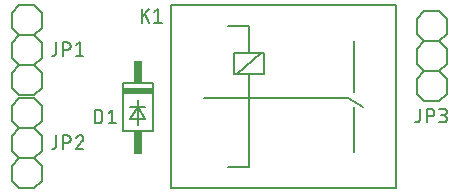
<source format=gbr>
G04 EAGLE Gerber RS-274X export*
G75*
%MOMM*%
%FSLAX34Y34*%
%LPD*%
%INSilkscreen Top*%
%IPPOS*%
%AMOC8*
5,1,8,0,0,1.08239X$1,22.5*%
G01*
%ADD10C,0.152400*%
%ADD11R,2.540000X0.508000*%
%ADD12R,0.762000X1.905000*%
%ADD13C,0.127000*%


D10*
X109220Y60960D02*
X109220Y101600D01*
X109220Y60960D02*
X134620Y60960D01*
X134620Y101600D01*
X109220Y101600D01*
X121920Y87630D02*
X121920Y81280D01*
X128270Y71120D02*
X115570Y71120D01*
X121920Y81280D01*
X121920Y66040D01*
X128270Y71120D02*
X121920Y81280D01*
X128270Y81280D01*
X121920Y81280D02*
X115570Y81280D01*
D11*
X121920Y95250D03*
D12*
X121920Y51435D03*
X121920Y111125D03*
D13*
X85344Y79375D02*
X85344Y67945D01*
X85344Y79375D02*
X88519Y79375D01*
X88630Y79373D01*
X88740Y79367D01*
X88851Y79358D01*
X88961Y79344D01*
X89070Y79327D01*
X89179Y79306D01*
X89287Y79281D01*
X89394Y79252D01*
X89500Y79220D01*
X89605Y79184D01*
X89708Y79144D01*
X89810Y79101D01*
X89911Y79054D01*
X90010Y79003D01*
X90107Y78950D01*
X90201Y78893D01*
X90294Y78832D01*
X90385Y78769D01*
X90474Y78702D01*
X90560Y78632D01*
X90643Y78559D01*
X90725Y78484D01*
X90803Y78406D01*
X90878Y78324D01*
X90951Y78241D01*
X91021Y78155D01*
X91088Y78066D01*
X91151Y77975D01*
X91212Y77882D01*
X91269Y77788D01*
X91322Y77691D01*
X91373Y77592D01*
X91420Y77491D01*
X91463Y77389D01*
X91503Y77286D01*
X91539Y77181D01*
X91571Y77075D01*
X91600Y76968D01*
X91625Y76860D01*
X91646Y76751D01*
X91663Y76642D01*
X91677Y76532D01*
X91686Y76421D01*
X91692Y76311D01*
X91694Y76200D01*
X91694Y71120D01*
X91692Y71009D01*
X91686Y70899D01*
X91677Y70788D01*
X91663Y70678D01*
X91646Y70569D01*
X91625Y70460D01*
X91600Y70352D01*
X91571Y70245D01*
X91539Y70139D01*
X91503Y70034D01*
X91463Y69931D01*
X91420Y69829D01*
X91373Y69728D01*
X91322Y69629D01*
X91269Y69532D01*
X91212Y69438D01*
X91151Y69345D01*
X91088Y69254D01*
X91021Y69165D01*
X90951Y69079D01*
X90878Y68996D01*
X90803Y68914D01*
X90725Y68836D01*
X90643Y68761D01*
X90560Y68688D01*
X90474Y68618D01*
X90385Y68551D01*
X90294Y68488D01*
X90201Y68427D01*
X90106Y68370D01*
X90010Y68317D01*
X89911Y68266D01*
X89810Y68219D01*
X89708Y68176D01*
X89605Y68136D01*
X89500Y68100D01*
X89394Y68068D01*
X89287Y68039D01*
X89179Y68014D01*
X89070Y67993D01*
X88961Y67976D01*
X88851Y67962D01*
X88740Y67953D01*
X88630Y67947D01*
X88519Y67945D01*
X85344Y67945D01*
X97155Y76835D02*
X100330Y79375D01*
X100330Y67945D01*
X97155Y67945D02*
X103505Y67945D01*
D10*
X40640Y148590D02*
X40640Y161290D01*
X40640Y148590D02*
X34290Y142240D01*
X21590Y142240D01*
X15240Y148590D01*
X34290Y142240D02*
X40640Y135890D01*
X40640Y123190D01*
X34290Y116840D01*
X21590Y116840D01*
X15240Y123190D01*
X15240Y135890D01*
X21590Y142240D01*
X21590Y167640D02*
X34290Y167640D01*
X40640Y161290D01*
X21590Y167640D02*
X15240Y161290D01*
X15240Y148590D01*
X34290Y116840D02*
X40640Y110490D01*
X40640Y97790D01*
X34290Y91440D01*
X21590Y91440D01*
X15240Y97790D01*
X15240Y110490D01*
X21590Y116840D01*
D13*
X52705Y127635D02*
X52705Y136525D01*
X52705Y127635D02*
X52703Y127535D01*
X52697Y127436D01*
X52687Y127336D01*
X52674Y127238D01*
X52656Y127139D01*
X52635Y127042D01*
X52610Y126946D01*
X52581Y126850D01*
X52548Y126756D01*
X52512Y126663D01*
X52472Y126572D01*
X52428Y126482D01*
X52381Y126394D01*
X52331Y126308D01*
X52277Y126224D01*
X52220Y126142D01*
X52160Y126063D01*
X52096Y125985D01*
X52030Y125911D01*
X51961Y125839D01*
X51889Y125770D01*
X51815Y125704D01*
X51737Y125640D01*
X51658Y125580D01*
X51576Y125523D01*
X51492Y125469D01*
X51406Y125419D01*
X51318Y125372D01*
X51228Y125328D01*
X51137Y125288D01*
X51044Y125252D01*
X50950Y125219D01*
X50854Y125190D01*
X50758Y125165D01*
X50661Y125144D01*
X50562Y125126D01*
X50464Y125113D01*
X50364Y125103D01*
X50265Y125097D01*
X50165Y125095D01*
X48895Y125095D01*
X58685Y125095D02*
X58685Y136525D01*
X61860Y136525D01*
X61971Y136523D01*
X62081Y136517D01*
X62192Y136508D01*
X62302Y136494D01*
X62411Y136477D01*
X62520Y136456D01*
X62628Y136431D01*
X62735Y136402D01*
X62841Y136370D01*
X62946Y136334D01*
X63049Y136294D01*
X63151Y136251D01*
X63252Y136204D01*
X63351Y136153D01*
X63448Y136100D01*
X63542Y136043D01*
X63635Y135982D01*
X63726Y135919D01*
X63815Y135852D01*
X63901Y135782D01*
X63984Y135709D01*
X64066Y135634D01*
X64144Y135556D01*
X64219Y135474D01*
X64292Y135391D01*
X64362Y135305D01*
X64429Y135216D01*
X64492Y135125D01*
X64553Y135032D01*
X64610Y134937D01*
X64663Y134841D01*
X64714Y134742D01*
X64761Y134641D01*
X64804Y134539D01*
X64844Y134436D01*
X64880Y134331D01*
X64912Y134225D01*
X64941Y134118D01*
X64966Y134010D01*
X64987Y133901D01*
X65004Y133792D01*
X65018Y133682D01*
X65027Y133571D01*
X65033Y133461D01*
X65035Y133350D01*
X65033Y133239D01*
X65027Y133129D01*
X65018Y133018D01*
X65004Y132908D01*
X64987Y132799D01*
X64966Y132690D01*
X64941Y132582D01*
X64912Y132475D01*
X64880Y132369D01*
X64844Y132264D01*
X64804Y132161D01*
X64761Y132059D01*
X64714Y131958D01*
X64663Y131859D01*
X64610Y131762D01*
X64553Y131668D01*
X64492Y131575D01*
X64429Y131484D01*
X64362Y131395D01*
X64292Y131309D01*
X64219Y131226D01*
X64144Y131144D01*
X64066Y131066D01*
X63984Y130991D01*
X63901Y130918D01*
X63815Y130848D01*
X63726Y130781D01*
X63635Y130718D01*
X63542Y130657D01*
X63447Y130600D01*
X63351Y130547D01*
X63252Y130496D01*
X63151Y130449D01*
X63049Y130406D01*
X62946Y130366D01*
X62841Y130330D01*
X62735Y130298D01*
X62628Y130269D01*
X62520Y130244D01*
X62411Y130223D01*
X62302Y130206D01*
X62192Y130192D01*
X62081Y130183D01*
X61971Y130177D01*
X61860Y130175D01*
X58685Y130175D01*
X69544Y133985D02*
X72719Y136525D01*
X72719Y125095D01*
X69544Y125095D02*
X75894Y125095D01*
D10*
X15240Y31750D02*
X15240Y19050D01*
X15240Y31750D02*
X21590Y38100D01*
X34290Y38100D01*
X40640Y31750D01*
X21590Y38100D02*
X15240Y44450D01*
X15240Y57150D01*
X21590Y63500D01*
X34290Y63500D01*
X40640Y57150D01*
X40640Y44450D01*
X34290Y38100D01*
X34290Y12700D02*
X21590Y12700D01*
X15240Y19050D01*
X34290Y12700D02*
X40640Y19050D01*
X40640Y31750D01*
X21590Y63500D02*
X15240Y69850D01*
X15240Y82550D01*
X21590Y88900D01*
X34290Y88900D01*
X40640Y82550D01*
X40640Y69850D01*
X34290Y63500D01*
D13*
X52705Y57785D02*
X52705Y48895D01*
X52703Y48795D01*
X52697Y48696D01*
X52687Y48596D01*
X52674Y48498D01*
X52656Y48399D01*
X52635Y48302D01*
X52610Y48206D01*
X52581Y48110D01*
X52548Y48016D01*
X52512Y47923D01*
X52472Y47832D01*
X52428Y47742D01*
X52381Y47654D01*
X52331Y47568D01*
X52277Y47484D01*
X52220Y47402D01*
X52160Y47323D01*
X52096Y47245D01*
X52030Y47171D01*
X51961Y47099D01*
X51889Y47030D01*
X51815Y46964D01*
X51737Y46900D01*
X51658Y46840D01*
X51576Y46783D01*
X51492Y46729D01*
X51406Y46679D01*
X51318Y46632D01*
X51228Y46588D01*
X51137Y46548D01*
X51044Y46512D01*
X50950Y46479D01*
X50854Y46450D01*
X50758Y46425D01*
X50661Y46404D01*
X50562Y46386D01*
X50464Y46373D01*
X50364Y46363D01*
X50265Y46357D01*
X50165Y46355D01*
X48895Y46355D01*
X58685Y46355D02*
X58685Y57785D01*
X61860Y57785D01*
X61971Y57783D01*
X62081Y57777D01*
X62192Y57768D01*
X62302Y57754D01*
X62411Y57737D01*
X62520Y57716D01*
X62628Y57691D01*
X62735Y57662D01*
X62841Y57630D01*
X62946Y57594D01*
X63049Y57554D01*
X63151Y57511D01*
X63252Y57464D01*
X63351Y57413D01*
X63448Y57360D01*
X63542Y57303D01*
X63635Y57242D01*
X63726Y57179D01*
X63815Y57112D01*
X63901Y57042D01*
X63984Y56969D01*
X64066Y56894D01*
X64144Y56816D01*
X64219Y56734D01*
X64292Y56651D01*
X64362Y56565D01*
X64429Y56476D01*
X64492Y56385D01*
X64553Y56292D01*
X64610Y56197D01*
X64663Y56101D01*
X64714Y56002D01*
X64761Y55901D01*
X64804Y55799D01*
X64844Y55696D01*
X64880Y55591D01*
X64912Y55485D01*
X64941Y55378D01*
X64966Y55270D01*
X64987Y55161D01*
X65004Y55052D01*
X65018Y54942D01*
X65027Y54831D01*
X65033Y54721D01*
X65035Y54610D01*
X65033Y54499D01*
X65027Y54389D01*
X65018Y54278D01*
X65004Y54168D01*
X64987Y54059D01*
X64966Y53950D01*
X64941Y53842D01*
X64912Y53735D01*
X64880Y53629D01*
X64844Y53524D01*
X64804Y53421D01*
X64761Y53319D01*
X64714Y53218D01*
X64663Y53119D01*
X64610Y53022D01*
X64553Y52928D01*
X64492Y52835D01*
X64429Y52744D01*
X64362Y52655D01*
X64292Y52569D01*
X64219Y52486D01*
X64144Y52404D01*
X64066Y52326D01*
X63984Y52251D01*
X63901Y52178D01*
X63815Y52108D01*
X63726Y52041D01*
X63635Y51978D01*
X63542Y51917D01*
X63447Y51860D01*
X63351Y51807D01*
X63252Y51756D01*
X63151Y51709D01*
X63049Y51666D01*
X62946Y51626D01*
X62841Y51590D01*
X62735Y51558D01*
X62628Y51529D01*
X62520Y51504D01*
X62411Y51483D01*
X62302Y51466D01*
X62192Y51452D01*
X62081Y51443D01*
X61971Y51437D01*
X61860Y51435D01*
X58685Y51435D01*
X73036Y57786D02*
X73140Y57784D01*
X73245Y57778D01*
X73349Y57769D01*
X73452Y57756D01*
X73555Y57738D01*
X73657Y57718D01*
X73759Y57693D01*
X73859Y57665D01*
X73959Y57633D01*
X74057Y57597D01*
X74154Y57558D01*
X74249Y57516D01*
X74343Y57470D01*
X74435Y57420D01*
X74525Y57368D01*
X74613Y57312D01*
X74699Y57252D01*
X74783Y57190D01*
X74864Y57125D01*
X74943Y57057D01*
X75020Y56985D01*
X75093Y56912D01*
X75165Y56835D01*
X75233Y56756D01*
X75298Y56675D01*
X75360Y56591D01*
X75420Y56505D01*
X75476Y56417D01*
X75528Y56327D01*
X75578Y56235D01*
X75624Y56141D01*
X75666Y56046D01*
X75705Y55949D01*
X75741Y55851D01*
X75773Y55751D01*
X75801Y55651D01*
X75826Y55549D01*
X75846Y55447D01*
X75864Y55344D01*
X75877Y55241D01*
X75886Y55137D01*
X75892Y55032D01*
X75894Y54928D01*
X73036Y57785D02*
X72918Y57783D01*
X72799Y57777D01*
X72681Y57768D01*
X72564Y57755D01*
X72447Y57737D01*
X72330Y57717D01*
X72214Y57692D01*
X72099Y57664D01*
X71986Y57631D01*
X71873Y57596D01*
X71761Y57556D01*
X71651Y57514D01*
X71542Y57467D01*
X71434Y57417D01*
X71329Y57364D01*
X71225Y57307D01*
X71123Y57247D01*
X71023Y57184D01*
X70925Y57117D01*
X70829Y57048D01*
X70736Y56975D01*
X70645Y56899D01*
X70556Y56821D01*
X70470Y56739D01*
X70387Y56655D01*
X70306Y56569D01*
X70229Y56479D01*
X70154Y56388D01*
X70082Y56294D01*
X70013Y56197D01*
X69948Y56099D01*
X69885Y55998D01*
X69826Y55895D01*
X69770Y55791D01*
X69718Y55685D01*
X69669Y55577D01*
X69624Y55468D01*
X69582Y55357D01*
X69544Y55245D01*
X74942Y52706D02*
X75018Y52781D01*
X75093Y52860D01*
X75164Y52941D01*
X75233Y53025D01*
X75298Y53111D01*
X75360Y53199D01*
X75420Y53289D01*
X75476Y53381D01*
X75529Y53476D01*
X75578Y53572D01*
X75624Y53670D01*
X75667Y53769D01*
X75706Y53870D01*
X75741Y53972D01*
X75773Y54075D01*
X75801Y54179D01*
X75826Y54284D01*
X75847Y54391D01*
X75864Y54497D01*
X75877Y54604D01*
X75886Y54712D01*
X75892Y54820D01*
X75894Y54928D01*
X74941Y52705D02*
X69544Y46355D01*
X75894Y46355D01*
D10*
X383540Y143510D02*
X383540Y156210D01*
X383540Y143510D02*
X377190Y137160D01*
X364490Y137160D01*
X358140Y143510D01*
X377190Y137160D02*
X383540Y130810D01*
X383540Y118110D01*
X377190Y111760D01*
X364490Y111760D01*
X358140Y118110D01*
X358140Y130810D01*
X364490Y137160D01*
X364490Y162560D02*
X377190Y162560D01*
X383540Y156210D01*
X364490Y162560D02*
X358140Y156210D01*
X358140Y143510D01*
X377190Y111760D02*
X383540Y105410D01*
X383540Y92710D01*
X377190Y86360D01*
X364490Y86360D01*
X358140Y92710D01*
X358140Y105410D01*
X364490Y111760D01*
D13*
X360478Y80137D02*
X360478Y71247D01*
X360476Y71147D01*
X360470Y71048D01*
X360460Y70948D01*
X360447Y70850D01*
X360429Y70751D01*
X360408Y70654D01*
X360383Y70558D01*
X360354Y70462D01*
X360321Y70368D01*
X360285Y70275D01*
X360245Y70184D01*
X360201Y70094D01*
X360154Y70006D01*
X360104Y69920D01*
X360050Y69836D01*
X359993Y69754D01*
X359933Y69675D01*
X359869Y69597D01*
X359803Y69523D01*
X359734Y69451D01*
X359662Y69382D01*
X359588Y69316D01*
X359510Y69252D01*
X359431Y69192D01*
X359349Y69135D01*
X359265Y69081D01*
X359179Y69031D01*
X359091Y68984D01*
X359001Y68940D01*
X358910Y68900D01*
X358817Y68864D01*
X358723Y68831D01*
X358627Y68802D01*
X358531Y68777D01*
X358434Y68756D01*
X358335Y68738D01*
X358237Y68725D01*
X358137Y68715D01*
X358038Y68709D01*
X357938Y68707D01*
X356668Y68707D01*
X366459Y68707D02*
X366459Y80137D01*
X369634Y80137D01*
X369745Y80135D01*
X369855Y80129D01*
X369966Y80120D01*
X370076Y80106D01*
X370185Y80089D01*
X370294Y80068D01*
X370402Y80043D01*
X370509Y80014D01*
X370615Y79982D01*
X370720Y79946D01*
X370823Y79906D01*
X370925Y79863D01*
X371026Y79816D01*
X371125Y79765D01*
X371222Y79712D01*
X371316Y79655D01*
X371409Y79594D01*
X371500Y79531D01*
X371589Y79464D01*
X371675Y79394D01*
X371758Y79321D01*
X371840Y79246D01*
X371918Y79168D01*
X371993Y79086D01*
X372066Y79003D01*
X372136Y78917D01*
X372203Y78828D01*
X372266Y78737D01*
X372327Y78644D01*
X372384Y78549D01*
X372437Y78453D01*
X372488Y78354D01*
X372535Y78253D01*
X372578Y78151D01*
X372618Y78048D01*
X372654Y77943D01*
X372686Y77837D01*
X372715Y77730D01*
X372740Y77622D01*
X372761Y77513D01*
X372778Y77404D01*
X372792Y77294D01*
X372801Y77183D01*
X372807Y77073D01*
X372809Y76962D01*
X372807Y76851D01*
X372801Y76741D01*
X372792Y76630D01*
X372778Y76520D01*
X372761Y76411D01*
X372740Y76302D01*
X372715Y76194D01*
X372686Y76087D01*
X372654Y75981D01*
X372618Y75876D01*
X372578Y75773D01*
X372535Y75671D01*
X372488Y75570D01*
X372437Y75471D01*
X372384Y75374D01*
X372327Y75280D01*
X372266Y75187D01*
X372203Y75096D01*
X372136Y75007D01*
X372066Y74921D01*
X371993Y74838D01*
X371918Y74756D01*
X371840Y74678D01*
X371758Y74603D01*
X371675Y74530D01*
X371589Y74460D01*
X371500Y74393D01*
X371409Y74330D01*
X371316Y74269D01*
X371222Y74212D01*
X371125Y74159D01*
X371026Y74108D01*
X370925Y74061D01*
X370823Y74018D01*
X370720Y73978D01*
X370615Y73942D01*
X370509Y73910D01*
X370402Y73881D01*
X370294Y73856D01*
X370185Y73835D01*
X370076Y73818D01*
X369966Y73804D01*
X369855Y73795D01*
X369745Y73789D01*
X369634Y73787D01*
X366459Y73787D01*
X377317Y68707D02*
X380492Y68707D01*
X380603Y68709D01*
X380713Y68715D01*
X380824Y68724D01*
X380934Y68738D01*
X381043Y68755D01*
X381152Y68776D01*
X381260Y68801D01*
X381367Y68830D01*
X381473Y68862D01*
X381578Y68898D01*
X381681Y68938D01*
X381783Y68981D01*
X381884Y69028D01*
X381983Y69079D01*
X382080Y69132D01*
X382174Y69189D01*
X382267Y69250D01*
X382358Y69313D01*
X382447Y69380D01*
X382533Y69450D01*
X382616Y69523D01*
X382698Y69598D01*
X382776Y69676D01*
X382851Y69758D01*
X382924Y69841D01*
X382994Y69927D01*
X383061Y70016D01*
X383124Y70107D01*
X383185Y70200D01*
X383242Y70294D01*
X383295Y70391D01*
X383346Y70490D01*
X383393Y70591D01*
X383436Y70693D01*
X383476Y70796D01*
X383512Y70901D01*
X383544Y71007D01*
X383573Y71114D01*
X383598Y71222D01*
X383619Y71331D01*
X383636Y71440D01*
X383650Y71550D01*
X383659Y71661D01*
X383665Y71771D01*
X383667Y71882D01*
X383665Y71993D01*
X383659Y72103D01*
X383650Y72214D01*
X383636Y72324D01*
X383619Y72433D01*
X383598Y72542D01*
X383573Y72650D01*
X383544Y72757D01*
X383512Y72863D01*
X383476Y72968D01*
X383436Y73071D01*
X383393Y73173D01*
X383346Y73274D01*
X383295Y73373D01*
X383242Y73469D01*
X383185Y73564D01*
X383124Y73657D01*
X383061Y73748D01*
X382994Y73837D01*
X382924Y73923D01*
X382851Y74006D01*
X382776Y74088D01*
X382698Y74166D01*
X382616Y74241D01*
X382533Y74314D01*
X382447Y74384D01*
X382358Y74451D01*
X382267Y74514D01*
X382174Y74575D01*
X382080Y74632D01*
X381983Y74685D01*
X381884Y74736D01*
X381783Y74783D01*
X381681Y74826D01*
X381578Y74866D01*
X381473Y74902D01*
X381367Y74934D01*
X381260Y74963D01*
X381152Y74988D01*
X381043Y75009D01*
X380934Y75026D01*
X380824Y75040D01*
X380713Y75049D01*
X380603Y75055D01*
X380492Y75057D01*
X381127Y80137D02*
X377317Y80137D01*
X381127Y80137D02*
X381227Y80135D01*
X381326Y80129D01*
X381426Y80119D01*
X381524Y80106D01*
X381623Y80088D01*
X381720Y80067D01*
X381816Y80042D01*
X381912Y80013D01*
X382006Y79980D01*
X382099Y79944D01*
X382190Y79904D01*
X382280Y79860D01*
X382368Y79813D01*
X382454Y79763D01*
X382538Y79709D01*
X382620Y79652D01*
X382699Y79592D01*
X382777Y79528D01*
X382851Y79462D01*
X382923Y79393D01*
X382992Y79321D01*
X383058Y79247D01*
X383122Y79169D01*
X383182Y79090D01*
X383239Y79008D01*
X383293Y78924D01*
X383343Y78838D01*
X383390Y78750D01*
X383434Y78660D01*
X383474Y78569D01*
X383510Y78476D01*
X383543Y78382D01*
X383572Y78286D01*
X383597Y78190D01*
X383618Y78093D01*
X383636Y77994D01*
X383649Y77896D01*
X383659Y77796D01*
X383665Y77697D01*
X383667Y77597D01*
X383665Y77497D01*
X383659Y77398D01*
X383649Y77298D01*
X383636Y77200D01*
X383618Y77101D01*
X383597Y77004D01*
X383572Y76908D01*
X383543Y76812D01*
X383510Y76718D01*
X383474Y76625D01*
X383434Y76534D01*
X383390Y76444D01*
X383343Y76356D01*
X383293Y76270D01*
X383239Y76186D01*
X383182Y76104D01*
X383122Y76025D01*
X383058Y75947D01*
X382992Y75873D01*
X382923Y75801D01*
X382851Y75732D01*
X382777Y75666D01*
X382699Y75602D01*
X382620Y75542D01*
X382538Y75485D01*
X382454Y75431D01*
X382368Y75381D01*
X382280Y75334D01*
X382190Y75290D01*
X382099Y75250D01*
X382006Y75214D01*
X381912Y75181D01*
X381816Y75152D01*
X381720Y75127D01*
X381623Y75106D01*
X381524Y75088D01*
X381426Y75075D01*
X381326Y75065D01*
X381227Y75059D01*
X381127Y75057D01*
X378587Y75057D01*
D10*
X205740Y109220D02*
X203200Y109220D01*
X205740Y109220D02*
X215900Y109220D01*
X228600Y109220D02*
X228600Y127000D01*
X226060Y127000D01*
X215900Y127000D01*
X203200Y127000D02*
X203200Y109220D01*
X215900Y109220D02*
X228600Y109220D01*
X215900Y127000D02*
X203200Y127000D01*
X149860Y12700D02*
X340860Y12700D01*
X340860Y167700D01*
X149860Y167700D01*
X149860Y12700D01*
D13*
X177800Y88900D02*
X299720Y88900D01*
X312420Y81280D01*
D10*
X226060Y127000D02*
X205740Y109220D01*
D13*
X304800Y93980D02*
X304800Y137160D01*
X304800Y81280D02*
X304800Y43180D01*
X215900Y127000D02*
X215900Y149860D01*
X198120Y149860D01*
X215900Y109220D02*
X215900Y30480D01*
X198120Y30480D01*
X125095Y153035D02*
X125095Y164465D01*
X131445Y164465D02*
X125095Y157480D01*
X127635Y160020D02*
X131445Y153035D01*
X135954Y161925D02*
X139129Y164465D01*
X139129Y153035D01*
X135954Y153035D02*
X142304Y153035D01*
M02*

</source>
